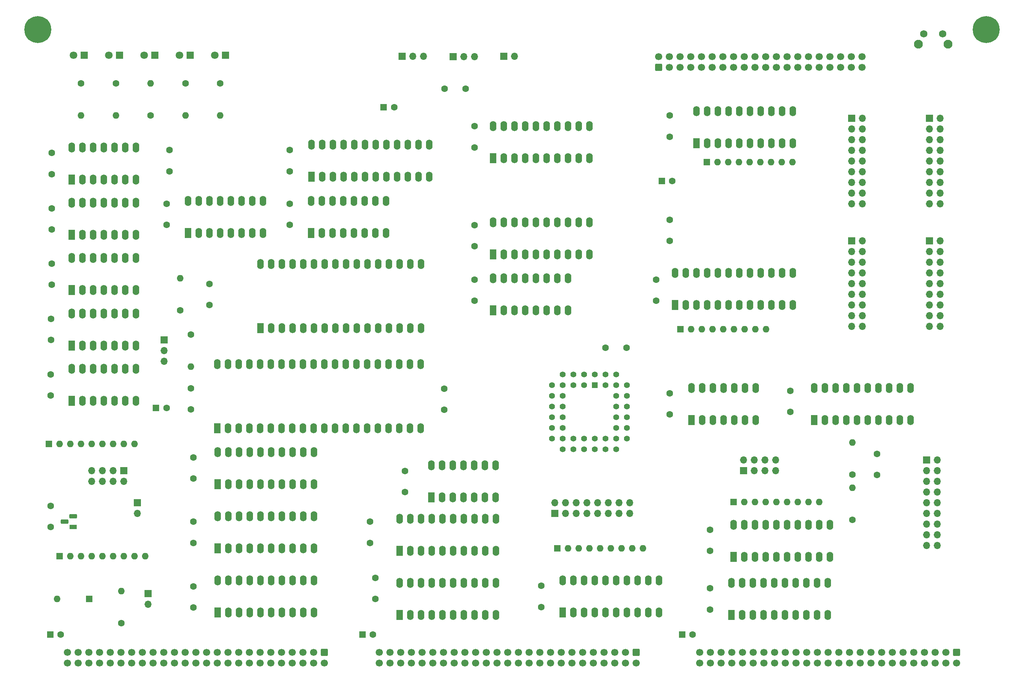
<source format=gbr>
%TF.GenerationSoftware,KiCad,Pcbnew,(6.0.11)*%
%TF.CreationDate,2024-01-15T16:12:19-06:00*%
%TF.ProjectId,processor.6809,70726f63-6573-4736-9f72-2e363830392e,v1.01*%
%TF.SameCoordinates,Original*%
%TF.FileFunction,Soldermask,Top*%
%TF.FilePolarity,Negative*%
%FSLAX46Y46*%
G04 Gerber Fmt 4.6, Leading zero omitted, Abs format (unit mm)*
G04 Created by KiCad (PCBNEW (6.0.11)) date 2024-01-15 16:12:19*
%MOMM*%
%LPD*%
G01*
G04 APERTURE LIST*
G04 Aperture macros list*
%AMRoundRect*
0 Rectangle with rounded corners*
0 $1 Rounding radius*
0 $2 $3 $4 $5 $6 $7 $8 $9 X,Y pos of 4 corners*
0 Add a 4 corners polygon primitive as box body*
4,1,4,$2,$3,$4,$5,$6,$7,$8,$9,$2,$3,0*
0 Add four circle primitives for the rounded corners*
1,1,$1+$1,$2,$3*
1,1,$1+$1,$4,$5*
1,1,$1+$1,$6,$7*
1,1,$1+$1,$8,$9*
0 Add four rect primitives between the rounded corners*
20,1,$1+$1,$2,$3,$4,$5,0*
20,1,$1+$1,$4,$5,$6,$7,0*
20,1,$1+$1,$6,$7,$8,$9,0*
20,1,$1+$1,$8,$9,$2,$3,0*%
G04 Aperture macros list end*
%ADD10RoundRect,0.250000X-0.600000X0.600000X-0.600000X-0.600000X0.600000X-0.600000X0.600000X0.600000X0*%
%ADD11C,1.700000*%
%ADD12C,1.600000*%
%ADD13R,1.600000X1.600000*%
%ADD14R,1.800000X1.800000*%
%ADD15C,1.800000*%
%ADD16O,1.600000X1.600000*%
%ADD17R,1.600000X2.400000*%
%ADD18O,1.600000X2.400000*%
%ADD19R,1.800000X1.100000*%
%ADD20RoundRect,0.275000X0.625000X-0.275000X0.625000X0.275000X-0.625000X0.275000X-0.625000X-0.275000X0*%
%ADD21C,6.400000*%
%ADD22RoundRect,0.250000X0.600000X-0.600000X0.600000X0.600000X-0.600000X0.600000X-0.600000X-0.600000X0*%
%ADD23R,1.422400X1.422400*%
%ADD24C,1.422400*%
%ADD25R,1.700000X1.700000*%
%ADD26O,1.700000X1.700000*%
%ADD27C,2.100000*%
%ADD28C,1.750000*%
G04 APERTURE END LIST*
D10*
%TO.C,P1*%
X108000000Y-223000000D03*
D11*
X108000000Y-225540000D03*
X105460000Y-223000000D03*
X105460000Y-225540000D03*
X102920000Y-223000000D03*
X102920000Y-225540000D03*
X100380000Y-223000000D03*
X100380000Y-225540000D03*
X97840000Y-223000000D03*
X97840000Y-225540000D03*
X95300000Y-223000000D03*
X95300000Y-225540000D03*
X92760000Y-223000000D03*
X92760000Y-225540000D03*
X90220000Y-223000000D03*
X90220000Y-225540000D03*
X87680000Y-223000000D03*
X87680000Y-225540000D03*
X85140000Y-223000000D03*
X85140000Y-225540000D03*
X82600000Y-223000000D03*
X82600000Y-225540000D03*
X80060000Y-223000000D03*
X80060000Y-225540000D03*
X77520000Y-223000000D03*
X77520000Y-225540000D03*
X74980000Y-223000000D03*
X74980000Y-225540000D03*
X72440000Y-223000000D03*
X72440000Y-225540000D03*
X69900000Y-223000000D03*
X69900000Y-225540000D03*
X67360000Y-223000000D03*
X67360000Y-225540000D03*
X64820000Y-223000000D03*
X64820000Y-225540000D03*
X62280000Y-223000000D03*
X62280000Y-225540000D03*
X59740000Y-223000000D03*
X59740000Y-225540000D03*
X57200000Y-223000000D03*
X57200000Y-225540000D03*
X54660000Y-223000000D03*
X54660000Y-225540000D03*
X52120000Y-223000000D03*
X52120000Y-225540000D03*
X49580000Y-223000000D03*
X49580000Y-225540000D03*
X47040000Y-223000000D03*
X47040000Y-225540000D03*
%TD*%
D12*
%TO.C,C2*%
X127075000Y-179875000D03*
X127075000Y-184875000D03*
%TD*%
%TO.C,C3*%
X43255000Y-130605000D03*
X43255000Y-135605000D03*
%TD*%
%TO.C,C4*%
X174700000Y-150625000D03*
X179700000Y-150625000D03*
%TD*%
%TO.C,C5*%
X76910000Y-191940000D03*
X76910000Y-196940000D03*
%TD*%
%TO.C,C6*%
X43000000Y-156900000D03*
X43000000Y-161900000D03*
%TD*%
%TO.C,C8*%
X159460000Y-207180000D03*
X159460000Y-212180000D03*
%TD*%
%TO.C,C9*%
X199465000Y-193845000D03*
X199465000Y-198845000D03*
%TD*%
%TO.C,C10*%
X76910000Y-207270000D03*
X76910000Y-212270000D03*
%TD*%
%TO.C,C11*%
X43255000Y-117457500D03*
X43255000Y-122457500D03*
%TD*%
%TO.C,C14*%
X189940000Y-120185000D03*
X189940000Y-125185000D03*
%TD*%
%TO.C,C15*%
X143600000Y-134400000D03*
X143600000Y-139400000D03*
%TD*%
D13*
%TO.C,C25*%
X42929600Y-218750000D03*
D12*
X45429600Y-218750000D03*
%TD*%
D13*
%TO.C,C26*%
X68019900Y-164900000D03*
D12*
X70519900Y-164900000D03*
%TD*%
%TO.C,C17*%
X80720000Y-135390000D03*
X80720000Y-140390000D03*
%TD*%
%TO.C,C20*%
X120090000Y-205315000D03*
X120090000Y-210315000D03*
%TD*%
%TO.C,C21*%
X76910000Y-176660000D03*
X76910000Y-181660000D03*
%TD*%
%TO.C,C22*%
X99770000Y-116375000D03*
X99770000Y-121375000D03*
%TD*%
%TO.C,C23*%
X136385000Y-165310000D03*
X136385000Y-160310000D03*
%TD*%
D13*
%TO.C,C27*%
X117000000Y-218750000D03*
D12*
X119500000Y-218750000D03*
%TD*%
D13*
%TO.C,C28*%
X192884700Y-218750000D03*
D12*
X195384700Y-218750000D03*
%TD*%
D13*
%TO.C,C29*%
X188044900Y-111000000D03*
D12*
X190544900Y-111000000D03*
%TD*%
D14*
%TO.C,D4*%
X67755000Y-81065000D03*
D15*
X65215000Y-81065000D03*
%TD*%
D13*
%TO.C,D6*%
X52145000Y-210315000D03*
D16*
X44525000Y-210315000D03*
%TD*%
D14*
%TO.C,D2*%
X76132500Y-81065000D03*
D15*
X73592500Y-81065000D03*
%TD*%
D12*
%TO.C,R5*%
X58495000Y-87760000D03*
D16*
X58495000Y-95380000D03*
%TD*%
D12*
%TO.C,R6*%
X76275000Y-147450000D03*
D16*
X76275000Y-155070000D03*
%TD*%
D17*
%TO.C,U4*%
X48000000Y-163200000D03*
D18*
X50540000Y-163200000D03*
X53080000Y-163200000D03*
X55620000Y-163200000D03*
X58160000Y-163200000D03*
X60700000Y-163200000D03*
X63240000Y-163200000D03*
X63240000Y-155580000D03*
X60700000Y-155580000D03*
X58160000Y-155580000D03*
X55620000Y-155580000D03*
X53080000Y-155580000D03*
X50540000Y-155580000D03*
X48000000Y-155580000D03*
%TD*%
D17*
%TO.C,U5*%
X92785000Y-145925000D03*
D18*
X95325000Y-145925000D03*
X97865000Y-145925000D03*
X100405000Y-145925000D03*
X102945000Y-145925000D03*
X105485000Y-145925000D03*
X108025000Y-145925000D03*
X110565000Y-145925000D03*
X113105000Y-145925000D03*
X115645000Y-145925000D03*
X118185000Y-145925000D03*
X120725000Y-145925000D03*
X123265000Y-145925000D03*
X125805000Y-145925000D03*
X128345000Y-145925000D03*
X130885000Y-145925000D03*
X130885000Y-130685000D03*
X128345000Y-130685000D03*
X125805000Y-130685000D03*
X123265000Y-130685000D03*
X120725000Y-130685000D03*
X118185000Y-130685000D03*
X115645000Y-130685000D03*
X113105000Y-130685000D03*
X110565000Y-130685000D03*
X108025000Y-130685000D03*
X105485000Y-130685000D03*
X102945000Y-130685000D03*
X100405000Y-130685000D03*
X97865000Y-130685000D03*
X95325000Y-130685000D03*
X92785000Y-130685000D03*
%TD*%
D17*
%TO.C,U6*%
X82630000Y-198240000D03*
D18*
X85170000Y-198240000D03*
X87710000Y-198240000D03*
X90250000Y-198240000D03*
X92790000Y-198240000D03*
X95330000Y-198240000D03*
X97870000Y-198240000D03*
X100410000Y-198240000D03*
X102950000Y-198240000D03*
X105490000Y-198240000D03*
X105490000Y-190620000D03*
X102950000Y-190620000D03*
X100410000Y-190620000D03*
X97870000Y-190620000D03*
X95330000Y-190620000D03*
X92790000Y-190620000D03*
X90250000Y-190620000D03*
X87710000Y-190620000D03*
X85170000Y-190620000D03*
X82630000Y-190620000D03*
%TD*%
D17*
%TO.C,U8*%
X164540000Y-213480000D03*
D18*
X167080000Y-213480000D03*
X169620000Y-213480000D03*
X172160000Y-213480000D03*
X174700000Y-213480000D03*
X177240000Y-213480000D03*
X179780000Y-213480000D03*
X182320000Y-213480000D03*
X184860000Y-213480000D03*
X187400000Y-213480000D03*
X187400000Y-205860000D03*
X184860000Y-205860000D03*
X182320000Y-205860000D03*
X179780000Y-205860000D03*
X177240000Y-205860000D03*
X174700000Y-205860000D03*
X172160000Y-205860000D03*
X169620000Y-205860000D03*
X167080000Y-205860000D03*
X164540000Y-205860000D03*
%TD*%
D19*
%TO.C,U15*%
X48400000Y-193200000D03*
D20*
X46330000Y-191930000D03*
X48400000Y-190660000D03*
%TD*%
D17*
%TO.C,U1*%
X48000000Y-150052500D03*
D18*
X50540000Y-150052500D03*
X53080000Y-150052500D03*
X55620000Y-150052500D03*
X58160000Y-150052500D03*
X60700000Y-150052500D03*
X63240000Y-150052500D03*
X63240000Y-142432500D03*
X60700000Y-142432500D03*
X58160000Y-142432500D03*
X55620000Y-142432500D03*
X53080000Y-142432500D03*
X50540000Y-142432500D03*
X48000000Y-142432500D03*
%TD*%
D10*
%TO.C,P2*%
X182000000Y-223000000D03*
D11*
X182000000Y-225540000D03*
X179460000Y-223000000D03*
X179460000Y-225540000D03*
X176920000Y-223000000D03*
X176920000Y-225540000D03*
X174380000Y-223000000D03*
X174380000Y-225540000D03*
X171840000Y-223000000D03*
X171840000Y-225540000D03*
X169300000Y-223000000D03*
X169300000Y-225540000D03*
X166760000Y-223000000D03*
X166760000Y-225540000D03*
X164220000Y-223000000D03*
X164220000Y-225540000D03*
X161680000Y-223000000D03*
X161680000Y-225540000D03*
X159140000Y-223000000D03*
X159140000Y-225540000D03*
X156600000Y-223000000D03*
X156600000Y-225540000D03*
X154060000Y-223000000D03*
X154060000Y-225540000D03*
X151520000Y-223000000D03*
X151520000Y-225540000D03*
X148980000Y-223000000D03*
X148980000Y-225540000D03*
X146440000Y-223000000D03*
X146440000Y-225540000D03*
X143900000Y-223000000D03*
X143900000Y-225540000D03*
X141360000Y-223000000D03*
X141360000Y-225540000D03*
X138820000Y-223000000D03*
X138820000Y-225540000D03*
X136280000Y-223000000D03*
X136280000Y-225540000D03*
X133740000Y-223000000D03*
X133740000Y-225540000D03*
X131200000Y-223000000D03*
X131200000Y-225540000D03*
X128660000Y-223000000D03*
X128660000Y-225540000D03*
X126120000Y-223000000D03*
X126120000Y-225540000D03*
X123580000Y-223000000D03*
X123580000Y-225540000D03*
X121040000Y-223000000D03*
X121040000Y-225540000D03*
%TD*%
D21*
%TO.C,H2*%
X265000000Y-75000000D03*
%TD*%
D13*
%TO.C,RN1*%
X42620000Y-173485000D03*
D16*
X45160000Y-173485000D03*
X47700000Y-173485000D03*
X50240000Y-173485000D03*
X52780000Y-173485000D03*
X55320000Y-173485000D03*
X57860000Y-173485000D03*
X60400000Y-173485000D03*
X62940000Y-173485000D03*
%TD*%
D17*
%TO.C,U11*%
X204550000Y-214115000D03*
D18*
X207090000Y-214115000D03*
X209630000Y-214115000D03*
X212170000Y-214115000D03*
X214710000Y-214115000D03*
X217250000Y-214115000D03*
X219790000Y-214115000D03*
X222330000Y-214115000D03*
X224870000Y-214115000D03*
X227410000Y-214115000D03*
X227410000Y-206495000D03*
X224870000Y-206495000D03*
X222330000Y-206495000D03*
X219790000Y-206495000D03*
X217250000Y-206495000D03*
X214710000Y-206495000D03*
X212170000Y-206495000D03*
X209630000Y-206495000D03*
X207090000Y-206495000D03*
X204550000Y-206495000D03*
%TD*%
D12*
%TO.C,C19*%
X43000000Y-188200000D03*
X43000000Y-193200000D03*
%TD*%
%TO.C,C18*%
X43125000Y-143752500D03*
X43125000Y-148752500D03*
%TD*%
%TO.C,C12*%
X76275000Y-160230000D03*
X76275000Y-165230000D03*
%TD*%
%TO.C,C16*%
X199465000Y-207775000D03*
X199465000Y-212775000D03*
%TD*%
D17*
%TO.C,U3*%
X104915000Y-109985000D03*
D18*
X107455000Y-109985000D03*
X109995000Y-109985000D03*
X112535000Y-109985000D03*
X115075000Y-109985000D03*
X117615000Y-109985000D03*
X120155000Y-109985000D03*
X122695000Y-109985000D03*
X125235000Y-109985000D03*
X127775000Y-109985000D03*
X130315000Y-109985000D03*
X132855000Y-109985000D03*
X132855000Y-102365000D03*
X130315000Y-102365000D03*
X127775000Y-102365000D03*
X125235000Y-102365000D03*
X122695000Y-102365000D03*
X120155000Y-102365000D03*
X117615000Y-102365000D03*
X115075000Y-102365000D03*
X112535000Y-102365000D03*
X109995000Y-102365000D03*
X107455000Y-102365000D03*
X104915000Y-102365000D03*
%TD*%
D21*
%TO.C,H1*%
X40000000Y-75000000D03*
%TD*%
D14*
%TO.C,D7*%
X51000000Y-81065000D03*
D15*
X48460000Y-81065000D03*
%TD*%
D10*
%TO.C,P3*%
X258000000Y-223000000D03*
D11*
X258000000Y-225540000D03*
X255460000Y-223000000D03*
X255460000Y-225540000D03*
X252920000Y-223000000D03*
X252920000Y-225540000D03*
X250380000Y-223000000D03*
X250380000Y-225540000D03*
X247840000Y-223000000D03*
X247840000Y-225540000D03*
X245300000Y-223000000D03*
X245300000Y-225540000D03*
X242760000Y-223000000D03*
X242760000Y-225540000D03*
X240220000Y-223000000D03*
X240220000Y-225540000D03*
X237680000Y-223000000D03*
X237680000Y-225540000D03*
X235140000Y-223000000D03*
X235140000Y-225540000D03*
X232600000Y-223000000D03*
X232600000Y-225540000D03*
X230060000Y-223000000D03*
X230060000Y-225540000D03*
X227520000Y-223000000D03*
X227520000Y-225540000D03*
X224980000Y-223000000D03*
X224980000Y-225540000D03*
X222440000Y-223000000D03*
X222440000Y-225540000D03*
X219900000Y-223000000D03*
X219900000Y-225540000D03*
X217360000Y-223000000D03*
X217360000Y-225540000D03*
X214820000Y-223000000D03*
X214820000Y-225540000D03*
X212280000Y-223000000D03*
X212280000Y-225540000D03*
X209740000Y-223000000D03*
X209740000Y-225540000D03*
X207200000Y-223000000D03*
X207200000Y-225540000D03*
X204660000Y-223000000D03*
X204660000Y-225540000D03*
X202120000Y-223000000D03*
X202120000Y-225540000D03*
X199580000Y-223000000D03*
X199580000Y-225540000D03*
X197040000Y-223000000D03*
X197040000Y-225540000D03*
%TD*%
D17*
%TO.C,U13*%
X48000000Y-136905000D03*
D18*
X50540000Y-136905000D03*
X53080000Y-136905000D03*
X55620000Y-136905000D03*
X58160000Y-136905000D03*
X60700000Y-136905000D03*
X63240000Y-136905000D03*
X63240000Y-129285000D03*
X60700000Y-129285000D03*
X58160000Y-129285000D03*
X55620000Y-129285000D03*
X53080000Y-129285000D03*
X50540000Y-129285000D03*
X48000000Y-129285000D03*
%TD*%
D12*
%TO.C,C36*%
X189940000Y-95420000D03*
X189940000Y-100420000D03*
%TD*%
%TO.C,C38*%
X143600000Y-121455000D03*
X143600000Y-126455000D03*
%TD*%
D13*
%TO.C,C46*%
X122059900Y-93475000D03*
D12*
X124559900Y-93475000D03*
%TD*%
D17*
%TO.C,U19*%
X148020000Y-141725000D03*
D18*
X150560000Y-141725000D03*
X153100000Y-141725000D03*
X155640000Y-141725000D03*
X158180000Y-141725000D03*
X160720000Y-141725000D03*
X163260000Y-141725000D03*
X165800000Y-141725000D03*
X165800000Y-134105000D03*
X163260000Y-134105000D03*
X160720000Y-134105000D03*
X158180000Y-134105000D03*
X155640000Y-134105000D03*
X153100000Y-134105000D03*
X150560000Y-134105000D03*
X148020000Y-134105000D03*
%TD*%
D17*
%TO.C,U7*%
X133410000Y-186175000D03*
D18*
X135950000Y-186175000D03*
X138490000Y-186175000D03*
X141030000Y-186175000D03*
X143570000Y-186175000D03*
X146110000Y-186175000D03*
X148650000Y-186175000D03*
X148650000Y-178555000D03*
X146110000Y-178555000D03*
X143570000Y-178555000D03*
X141030000Y-178555000D03*
X138490000Y-178555000D03*
X135950000Y-178555000D03*
X133410000Y-178555000D03*
%TD*%
D14*
%TO.C,D9*%
X84510000Y-81065000D03*
D15*
X81970000Y-81065000D03*
%TD*%
D13*
%TO.C,RN4*%
X45145000Y-200155000D03*
D16*
X47685000Y-200155000D03*
X50225000Y-200155000D03*
X52765000Y-200155000D03*
X55305000Y-200155000D03*
X57845000Y-200155000D03*
X60385000Y-200155000D03*
X62925000Y-200155000D03*
X65465000Y-200155000D03*
%TD*%
D22*
%TO.C,J11*%
X187350000Y-83917500D03*
D11*
X187350000Y-81377500D03*
X189890000Y-83917500D03*
X189890000Y-81377500D03*
X192430000Y-83917500D03*
X192430000Y-81377500D03*
X194970000Y-83917500D03*
X194970000Y-81377500D03*
X197510000Y-83917500D03*
X197510000Y-81377500D03*
X200050000Y-83917500D03*
X200050000Y-81377500D03*
X202590000Y-83917500D03*
X202590000Y-81377500D03*
X205130000Y-83917500D03*
X205130000Y-81377500D03*
X207670000Y-83917500D03*
X207670000Y-81377500D03*
X210210000Y-83917500D03*
X210210000Y-81377500D03*
X212750000Y-83917500D03*
X212750000Y-81377500D03*
X215290000Y-83917500D03*
X215290000Y-81377500D03*
X217830000Y-83917500D03*
X217830000Y-81377500D03*
X220370000Y-83917500D03*
X220370000Y-81377500D03*
X222910000Y-83917500D03*
X222910000Y-81377500D03*
X225450000Y-83917500D03*
X225450000Y-81377500D03*
X227990000Y-83917500D03*
X227990000Y-81377500D03*
X230530000Y-83917500D03*
X230530000Y-81377500D03*
X233070000Y-83917500D03*
X233070000Y-81377500D03*
X235610000Y-83917500D03*
X235610000Y-81377500D03*
%TD*%
D13*
%TO.C,RN5*%
X198705000Y-106500000D03*
D16*
X201245000Y-106500000D03*
X203785000Y-106500000D03*
X206325000Y-106500000D03*
X208865000Y-106500000D03*
X211405000Y-106500000D03*
X213945000Y-106500000D03*
X216485000Y-106500000D03*
X219025000Y-106500000D03*
%TD*%
D17*
%TO.C,U31*%
X196305000Y-102000000D03*
D18*
X198845000Y-102000000D03*
X201385000Y-102000000D03*
X203925000Y-102000000D03*
X206465000Y-102000000D03*
X209005000Y-102000000D03*
X211545000Y-102000000D03*
X214085000Y-102000000D03*
X216625000Y-102000000D03*
X219165000Y-102000000D03*
X219165000Y-94380000D03*
X216625000Y-94380000D03*
X214085000Y-94380000D03*
X211545000Y-94380000D03*
X209005000Y-94380000D03*
X206465000Y-94380000D03*
X203925000Y-94380000D03*
X201385000Y-94380000D03*
X198845000Y-94380000D03*
X196305000Y-94380000D03*
%TD*%
D17*
%TO.C,U33*%
X148035000Y-105530000D03*
D18*
X150575000Y-105530000D03*
X153115000Y-105530000D03*
X155655000Y-105530000D03*
X158195000Y-105530000D03*
X160735000Y-105530000D03*
X163275000Y-105530000D03*
X165815000Y-105530000D03*
X168355000Y-105530000D03*
X170895000Y-105530000D03*
X170895000Y-97910000D03*
X168355000Y-97910000D03*
X165815000Y-97910000D03*
X163275000Y-97910000D03*
X160735000Y-97910000D03*
X158195000Y-97910000D03*
X155655000Y-97910000D03*
X153115000Y-97910000D03*
X150575000Y-97910000D03*
X148035000Y-97910000D03*
%TD*%
D23*
%TO.C,U20*%
X172160000Y-159515000D03*
D24*
X169620000Y-156975000D03*
X169620000Y-159515000D03*
X167080000Y-156975000D03*
X167080000Y-159515000D03*
X164540000Y-156975000D03*
X162000000Y-159515000D03*
X164540000Y-159515000D03*
X162000000Y-162055000D03*
X164540000Y-162055000D03*
X162000000Y-164595000D03*
X164540000Y-164595000D03*
X162000000Y-167135000D03*
X164540000Y-167135000D03*
X162000000Y-169675000D03*
X164540000Y-169675000D03*
X162000000Y-172215000D03*
X164540000Y-174755000D03*
X164540000Y-172215000D03*
X167080000Y-174755000D03*
X167080000Y-172215000D03*
X169620000Y-174755000D03*
X169620000Y-172215000D03*
X172160000Y-174755000D03*
X172160000Y-172215000D03*
X174700000Y-174755000D03*
X174700000Y-172215000D03*
X177240000Y-174755000D03*
X179780000Y-172215000D03*
X177240000Y-172215000D03*
X179780000Y-169675000D03*
X177240000Y-169675000D03*
X179780000Y-167135000D03*
X177240000Y-167135000D03*
X179780000Y-164595000D03*
X177240000Y-164595000D03*
X179780000Y-162055000D03*
X177240000Y-162055000D03*
X179780000Y-159515000D03*
X177240000Y-156975000D03*
X177240000Y-159515000D03*
X174700000Y-156975000D03*
X174700000Y-159515000D03*
X172160000Y-156975000D03*
%TD*%
D12*
%TO.C,C37*%
X118820000Y-191940000D03*
X118820000Y-196940000D03*
%TD*%
D25*
%TO.C,JP10*%
X207500000Y-179775000D03*
D26*
X207500000Y-177235000D03*
X210040000Y-179775000D03*
X210040000Y-177235000D03*
X212580000Y-179775000D03*
X212580000Y-177235000D03*
X215120000Y-179775000D03*
X215120000Y-177235000D03*
%TD*%
D13*
%TO.C,RN8*%
X205075000Y-187250000D03*
D16*
X207615000Y-187250000D03*
X210155000Y-187250000D03*
X212695000Y-187250000D03*
X215235000Y-187250000D03*
X217775000Y-187250000D03*
X220315000Y-187250000D03*
X222855000Y-187250000D03*
X225395000Y-187250000D03*
%TD*%
D17*
%TO.C,U9*%
X191205000Y-140455000D03*
D18*
X193745000Y-140455000D03*
X196285000Y-140455000D03*
X198825000Y-140455000D03*
X201365000Y-140455000D03*
X203905000Y-140455000D03*
X206445000Y-140455000D03*
X208985000Y-140455000D03*
X211525000Y-140455000D03*
X214065000Y-140455000D03*
X216605000Y-140455000D03*
X219145000Y-140455000D03*
X219145000Y-132835000D03*
X216605000Y-132835000D03*
X214065000Y-132835000D03*
X211525000Y-132835000D03*
X208985000Y-132835000D03*
X206445000Y-132835000D03*
X203905000Y-132835000D03*
X201365000Y-132835000D03*
X198825000Y-132835000D03*
X196285000Y-132835000D03*
X193745000Y-132835000D03*
X191205000Y-132835000D03*
%TD*%
D17*
%TO.C,U10*%
X125810000Y-214115000D03*
D18*
X128350000Y-214115000D03*
X130890000Y-214115000D03*
X133430000Y-214115000D03*
X135970000Y-214115000D03*
X138510000Y-214115000D03*
X141050000Y-214115000D03*
X143590000Y-214115000D03*
X146130000Y-214115000D03*
X148670000Y-214115000D03*
X148670000Y-206495000D03*
X146130000Y-206495000D03*
X143590000Y-206495000D03*
X141050000Y-206495000D03*
X138510000Y-206495000D03*
X135970000Y-206495000D03*
X133430000Y-206495000D03*
X130890000Y-206495000D03*
X128350000Y-206495000D03*
X125810000Y-206495000D03*
%TD*%
D17*
%TO.C,U12*%
X205075000Y-200250000D03*
D18*
X207615000Y-200250000D03*
X210155000Y-200250000D03*
X212695000Y-200250000D03*
X215235000Y-200250000D03*
X217775000Y-200250000D03*
X220315000Y-200250000D03*
X222855000Y-200250000D03*
X225395000Y-200250000D03*
X227935000Y-200250000D03*
X227935000Y-192630000D03*
X225395000Y-192630000D03*
X222855000Y-192630000D03*
X220315000Y-192630000D03*
X217775000Y-192630000D03*
X215235000Y-192630000D03*
X212695000Y-192630000D03*
X210155000Y-192630000D03*
X207615000Y-192630000D03*
X205075000Y-192630000D03*
%TD*%
D12*
%TO.C,C30*%
X239125000Y-175800000D03*
X239125000Y-180800000D03*
%TD*%
%TO.C,C31*%
X143600000Y-97960000D03*
X143600000Y-102960000D03*
%TD*%
%TO.C,C32*%
X99770000Y-103635000D03*
X99770000Y-108635000D03*
%TD*%
%TO.C,C33*%
X71195000Y-103635000D03*
X71195000Y-108635000D03*
%TD*%
%TO.C,C34*%
X43255000Y-104310000D03*
X43255000Y-109310000D03*
%TD*%
%TO.C,C35*%
X136500000Y-89000000D03*
X141500000Y-89000000D03*
%TD*%
D17*
%TO.C,U14*%
X82630000Y-213480000D03*
D18*
X85170000Y-213480000D03*
X87710000Y-213480000D03*
X90250000Y-213480000D03*
X92790000Y-213480000D03*
X95330000Y-213480000D03*
X97870000Y-213480000D03*
X100410000Y-213480000D03*
X102950000Y-213480000D03*
X105490000Y-213480000D03*
X105490000Y-205860000D03*
X102950000Y-205860000D03*
X100410000Y-205860000D03*
X97870000Y-205860000D03*
X95330000Y-205860000D03*
X92790000Y-205860000D03*
X90250000Y-205860000D03*
X87710000Y-205860000D03*
X85170000Y-205860000D03*
X82630000Y-205860000D03*
%TD*%
D17*
%TO.C,U2*%
X148035000Y-128390000D03*
D18*
X150575000Y-128390000D03*
X153115000Y-128390000D03*
X155655000Y-128390000D03*
X158195000Y-128390000D03*
X160735000Y-128390000D03*
X163275000Y-128390000D03*
X165815000Y-128390000D03*
X168355000Y-128390000D03*
X170895000Y-128390000D03*
X170895000Y-120770000D03*
X168355000Y-120770000D03*
X165815000Y-120770000D03*
X163275000Y-120770000D03*
X160735000Y-120770000D03*
X158195000Y-120770000D03*
X155655000Y-120770000D03*
X153115000Y-120770000D03*
X150575000Y-120770000D03*
X148035000Y-120770000D03*
%TD*%
D14*
%TO.C,D3*%
X59377500Y-81065000D03*
D15*
X56837500Y-81065000D03*
%TD*%
D12*
%TO.C,R4*%
X75005000Y-87760000D03*
D16*
X75005000Y-95380000D03*
%TD*%
D27*
%TO.C,SW1*%
X255985000Y-78452500D03*
X248975000Y-78452500D03*
D28*
X250225000Y-75962500D03*
X254725000Y-75962500D03*
%TD*%
D12*
%TO.C,C39*%
X70560000Y-116375000D03*
X70560000Y-121375000D03*
%TD*%
D17*
%TO.C,U18*%
X195080000Y-167735000D03*
D18*
X197620000Y-167735000D03*
X200160000Y-167735000D03*
X202700000Y-167735000D03*
X205240000Y-167735000D03*
X207780000Y-167735000D03*
X210320000Y-167735000D03*
X210320000Y-160115000D03*
X207780000Y-160115000D03*
X205240000Y-160115000D03*
X202700000Y-160115000D03*
X200160000Y-160115000D03*
X197620000Y-160115000D03*
X195080000Y-160115000D03*
%TD*%
D12*
%TO.C,C13*%
X189940000Y-161420000D03*
X189940000Y-166420000D03*
%TD*%
%TO.C,C24*%
X186750000Y-134400000D03*
X186750000Y-139400000D03*
%TD*%
%TO.C,R8*%
X66750000Y-95380000D03*
D16*
X66750000Y-87760000D03*
%TD*%
D25*
%TO.C,JP3*%
X150565000Y-81340000D03*
D26*
X153105000Y-81340000D03*
%TD*%
D17*
%TO.C,U22*%
X125810000Y-198875000D03*
D18*
X128350000Y-198875000D03*
X130890000Y-198875000D03*
X133430000Y-198875000D03*
X135970000Y-198875000D03*
X138510000Y-198875000D03*
X141050000Y-198875000D03*
X143590000Y-198875000D03*
X146130000Y-198875000D03*
X148670000Y-198875000D03*
X148670000Y-191255000D03*
X146130000Y-191255000D03*
X143590000Y-191255000D03*
X141050000Y-191255000D03*
X138510000Y-191255000D03*
X135970000Y-191255000D03*
X133430000Y-191255000D03*
X130890000Y-191255000D03*
X128350000Y-191255000D03*
X125810000Y-191255000D03*
%TD*%
D12*
%TO.C,R12*%
X83260000Y-87760000D03*
D16*
X83260000Y-95380000D03*
%TD*%
D25*
%TO.C,J9*%
X250900000Y-177295000D03*
D26*
X253440000Y-177295000D03*
X250900000Y-179835000D03*
X253440000Y-179835000D03*
X250900000Y-182375000D03*
X253440000Y-182375000D03*
X250900000Y-184915000D03*
X253440000Y-184915000D03*
X250900000Y-187455000D03*
X253440000Y-187455000D03*
X250900000Y-189995000D03*
X253440000Y-189995000D03*
X250900000Y-192535000D03*
X253440000Y-192535000D03*
X250900000Y-195075000D03*
X253440000Y-195075000D03*
X250900000Y-197615000D03*
X253440000Y-197615000D03*
%TD*%
D25*
%TO.C,JP1*%
X63575000Y-187455000D03*
D26*
X63575000Y-189995000D03*
%TD*%
D25*
%TO.C,J7*%
X233115000Y-96025000D03*
D26*
X235655000Y-96025000D03*
X233115000Y-98565000D03*
X235655000Y-98565000D03*
X233115000Y-101105000D03*
X235655000Y-101105000D03*
X233115000Y-103645000D03*
X235655000Y-103645000D03*
X233115000Y-106185000D03*
X235655000Y-106185000D03*
X233115000Y-108725000D03*
X235655000Y-108725000D03*
X233115000Y-111265000D03*
X235655000Y-111265000D03*
X233115000Y-113805000D03*
X235655000Y-113805000D03*
X233115000Y-116345000D03*
X235655000Y-116345000D03*
%TD*%
D25*
%TO.C,J10*%
X69925000Y-148735000D03*
D26*
X69925000Y-151275000D03*
X69925000Y-153815000D03*
%TD*%
D12*
%TO.C,R3*%
X233250000Y-191500000D03*
D16*
X233250000Y-183880000D03*
%TD*%
D25*
%TO.C,J3*%
X126455000Y-81340000D03*
D26*
X128995000Y-81340000D03*
X131535000Y-81340000D03*
%TD*%
D17*
%TO.C,U17*%
X82630000Y-183000000D03*
D18*
X85170000Y-183000000D03*
X87710000Y-183000000D03*
X90250000Y-183000000D03*
X92790000Y-183000000D03*
X95330000Y-183000000D03*
X97870000Y-183000000D03*
X100410000Y-183000000D03*
X102950000Y-183000000D03*
X105490000Y-183000000D03*
X105490000Y-175380000D03*
X102950000Y-175380000D03*
X100410000Y-175380000D03*
X97870000Y-175380000D03*
X95330000Y-175380000D03*
X92790000Y-175380000D03*
X90250000Y-175380000D03*
X87710000Y-175380000D03*
X85170000Y-175380000D03*
X82630000Y-175380000D03*
%TD*%
D25*
%TO.C,J1*%
X162635000Y-189995000D03*
D26*
X162635000Y-187455000D03*
X165175000Y-189995000D03*
X165175000Y-187455000D03*
X167715000Y-189995000D03*
X167715000Y-187455000D03*
X170255000Y-189995000D03*
X170255000Y-187455000D03*
X172795000Y-189995000D03*
X172795000Y-187455000D03*
X175335000Y-189995000D03*
X175335000Y-187455000D03*
X177875000Y-189995000D03*
X177875000Y-187455000D03*
X180415000Y-189995000D03*
X180415000Y-187455000D03*
%TD*%
D25*
%TO.C,JP4*%
X60390000Y-179830000D03*
D26*
X60390000Y-182370000D03*
X57850000Y-179830000D03*
X57850000Y-182370000D03*
X55310000Y-179830000D03*
X55310000Y-182370000D03*
X52770000Y-179830000D03*
X52770000Y-182370000D03*
%TD*%
D17*
%TO.C,U27*%
X224235000Y-167760000D03*
D18*
X226775000Y-167760000D03*
X229315000Y-167760000D03*
X231855000Y-167760000D03*
X234395000Y-167760000D03*
X236935000Y-167760000D03*
X239475000Y-167760000D03*
X242015000Y-167760000D03*
X244555000Y-167760000D03*
X247095000Y-167760000D03*
X247095000Y-160140000D03*
X244555000Y-160140000D03*
X242015000Y-160140000D03*
X239475000Y-160140000D03*
X236935000Y-160140000D03*
X234395000Y-160140000D03*
X231855000Y-160140000D03*
X229315000Y-160140000D03*
X226775000Y-160140000D03*
X224235000Y-160140000D03*
%TD*%
D12*
%TO.C,C40*%
X218515000Y-160825000D03*
X218515000Y-165825000D03*
%TD*%
D17*
%TO.C,U29*%
X75655000Y-123310000D03*
D18*
X78195000Y-123310000D03*
X80735000Y-123310000D03*
X83275000Y-123310000D03*
X85815000Y-123310000D03*
X88355000Y-123310000D03*
X90895000Y-123310000D03*
X93435000Y-123310000D03*
X93435000Y-115690000D03*
X90895000Y-115690000D03*
X88355000Y-115690000D03*
X85815000Y-115690000D03*
X83275000Y-115690000D03*
X80735000Y-115690000D03*
X78195000Y-115690000D03*
X75655000Y-115690000D03*
%TD*%
D25*
%TO.C,J8*%
X251535000Y-96025000D03*
D26*
X254075000Y-96025000D03*
X251535000Y-98565000D03*
X254075000Y-98565000D03*
X251535000Y-101105000D03*
X254075000Y-101105000D03*
X251535000Y-103645000D03*
X254075000Y-103645000D03*
X251535000Y-106185000D03*
X254075000Y-106185000D03*
X251535000Y-108725000D03*
X254075000Y-108725000D03*
X251535000Y-111265000D03*
X254075000Y-111265000D03*
X251535000Y-113805000D03*
X254075000Y-113805000D03*
X251535000Y-116345000D03*
X254075000Y-116345000D03*
%TD*%
D12*
%TO.C,R7*%
X59765000Y-216030000D03*
D16*
X59765000Y-208410000D03*
%TD*%
D17*
%TO.C,U28*%
X82580000Y-169680000D03*
D18*
X85120000Y-169680000D03*
X87660000Y-169680000D03*
X90200000Y-169680000D03*
X92740000Y-169680000D03*
X95280000Y-169680000D03*
X97820000Y-169680000D03*
X100360000Y-169680000D03*
X102900000Y-169680000D03*
X105440000Y-169680000D03*
X107980000Y-169680000D03*
X110520000Y-169680000D03*
X113060000Y-169680000D03*
X115600000Y-169680000D03*
X118140000Y-169680000D03*
X120680000Y-169680000D03*
X123220000Y-169680000D03*
X125760000Y-169680000D03*
X128300000Y-169680000D03*
X130840000Y-169680000D03*
X130840000Y-154440000D03*
X128300000Y-154440000D03*
X125760000Y-154440000D03*
X123220000Y-154440000D03*
X120680000Y-154440000D03*
X118140000Y-154440000D03*
X115600000Y-154440000D03*
X113060000Y-154440000D03*
X110520000Y-154440000D03*
X107980000Y-154440000D03*
X105440000Y-154440000D03*
X102900000Y-154440000D03*
X100360000Y-154440000D03*
X97820000Y-154440000D03*
X95280000Y-154440000D03*
X92740000Y-154440000D03*
X90200000Y-154440000D03*
X87660000Y-154440000D03*
X85120000Y-154440000D03*
X82580000Y-154440000D03*
%TD*%
D25*
%TO.C,J5*%
X251535000Y-125225000D03*
D26*
X254075000Y-125225000D03*
X251535000Y-127765000D03*
X254075000Y-127765000D03*
X251535000Y-130305000D03*
X254075000Y-130305000D03*
X251535000Y-132845000D03*
X254075000Y-132845000D03*
X251535000Y-135385000D03*
X254075000Y-135385000D03*
X251535000Y-137925000D03*
X254075000Y-137925000D03*
X251535000Y-140465000D03*
X254075000Y-140465000D03*
X251535000Y-143005000D03*
X254075000Y-143005000D03*
X251535000Y-145545000D03*
X254075000Y-145545000D03*
%TD*%
D25*
%TO.C,J4*%
X66115000Y-209040000D03*
D26*
X66115000Y-211580000D03*
%TD*%
D12*
%TO.C,R13*%
X50240000Y-87760000D03*
D16*
X50240000Y-95380000D03*
%TD*%
D13*
%TO.C,RN2*%
X163255000Y-198250000D03*
D16*
X165795000Y-198250000D03*
X168335000Y-198250000D03*
X170875000Y-198250000D03*
X173415000Y-198250000D03*
X175955000Y-198250000D03*
X178495000Y-198250000D03*
X181035000Y-198250000D03*
X183575000Y-198250000D03*
%TD*%
D12*
%TO.C,R2*%
X233250000Y-180750000D03*
D16*
X233250000Y-173130000D03*
%TD*%
D17*
%TO.C,U24*%
X104865000Y-123310000D03*
D18*
X107405000Y-123310000D03*
X109945000Y-123310000D03*
X112485000Y-123310000D03*
X115025000Y-123310000D03*
X117565000Y-123310000D03*
X120105000Y-123310000D03*
X122645000Y-123310000D03*
X122645000Y-115690000D03*
X120105000Y-115690000D03*
X117565000Y-115690000D03*
X115025000Y-115690000D03*
X112485000Y-115690000D03*
X109945000Y-115690000D03*
X107405000Y-115690000D03*
X104865000Y-115690000D03*
%TD*%
D12*
%TO.C,R1*%
X73735000Y-141735000D03*
D16*
X73735000Y-134115000D03*
%TD*%
D25*
%TO.C,J6*%
X233115000Y-125225000D03*
D26*
X235655000Y-125225000D03*
X233115000Y-127765000D03*
X235655000Y-127765000D03*
X233115000Y-130305000D03*
X235655000Y-130305000D03*
X233115000Y-132845000D03*
X235655000Y-132845000D03*
X233115000Y-135385000D03*
X235655000Y-135385000D03*
X233115000Y-137925000D03*
X235655000Y-137925000D03*
X233115000Y-140465000D03*
X235655000Y-140465000D03*
X233115000Y-143005000D03*
X235655000Y-143005000D03*
X233115000Y-145545000D03*
X235655000Y-145545000D03*
%TD*%
D13*
%TO.C,RN3*%
X192465000Y-146180000D03*
D16*
X195005000Y-146180000D03*
X197545000Y-146180000D03*
X200085000Y-146180000D03*
X202625000Y-146180000D03*
X205165000Y-146180000D03*
X207705000Y-146180000D03*
X210245000Y-146180000D03*
X212785000Y-146180000D03*
%TD*%
D17*
%TO.C,U16*%
X48000000Y-123757500D03*
D18*
X50540000Y-123757500D03*
X53080000Y-123757500D03*
X55620000Y-123757500D03*
X58160000Y-123757500D03*
X60700000Y-123757500D03*
X63240000Y-123757500D03*
X63240000Y-116137500D03*
X60700000Y-116137500D03*
X58160000Y-116137500D03*
X55620000Y-116137500D03*
X53080000Y-116137500D03*
X50540000Y-116137500D03*
X48000000Y-116137500D03*
%TD*%
D17*
%TO.C,U21*%
X48000000Y-110610000D03*
D18*
X50540000Y-110610000D03*
X53080000Y-110610000D03*
X55620000Y-110610000D03*
X58160000Y-110610000D03*
X60700000Y-110610000D03*
X63240000Y-110610000D03*
X63240000Y-102990000D03*
X60700000Y-102990000D03*
X58160000Y-102990000D03*
X55620000Y-102990000D03*
X53080000Y-102990000D03*
X50540000Y-102990000D03*
X48000000Y-102990000D03*
%TD*%
D25*
%TO.C,J2*%
X138505000Y-81410000D03*
D26*
X141045000Y-81410000D03*
X143585000Y-81410000D03*
%TD*%
M02*

</source>
